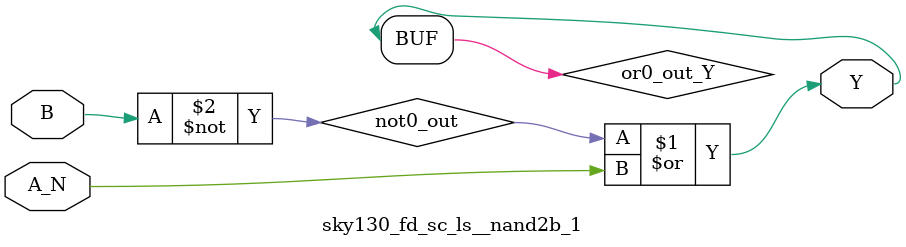
<source format=v>
/*
 * Copyright 2020 The SkyWater PDK Authors
 *
 * Licensed under the Apache License, Version 2.0 (the "License");
 * you may not use this file except in compliance with the License.
 * You may obtain a copy of the License at
 *
 *     https://www.apache.org/licenses/LICENSE-2.0
 *
 * Unless required by applicable law or agreed to in writing, software
 * distributed under the License is distributed on an "AS IS" BASIS,
 * WITHOUT WARRANTIES OR CONDITIONS OF ANY KIND, either express or implied.
 * See the License for the specific language governing permissions and
 * limitations under the License.
 *
 * SPDX-License-Identifier: Apache-2.0
*/


`ifndef SKY130_FD_SC_LS__NAND2B_1_FUNCTIONAL_V
`define SKY130_FD_SC_LS__NAND2B_1_FUNCTIONAL_V

/**
 * nand2b: 2-input NAND, first input inverted.
 *
 * Verilog simulation functional model.
 */

`timescale 1ns / 1ps
`default_nettype none

`celldefine
module sky130_fd_sc_ls__nand2b_1 (
    Y  ,
    A_N,
    B
);

    // Module ports
    output Y  ;
    input  A_N;
    input  B  ;

    // Local signals
    wire not0_out ;
    wire or0_out_Y;

    //  Name  Output     Other arguments
    not not0 (not0_out , B              );
    or  or0  (or0_out_Y, not0_out, A_N  );
    buf buf0 (Y        , or0_out_Y      );

endmodule
`endcelldefine

`default_nettype wire
`endif  // SKY130_FD_SC_LS__NAND2B_1_FUNCTIONAL_V

</source>
